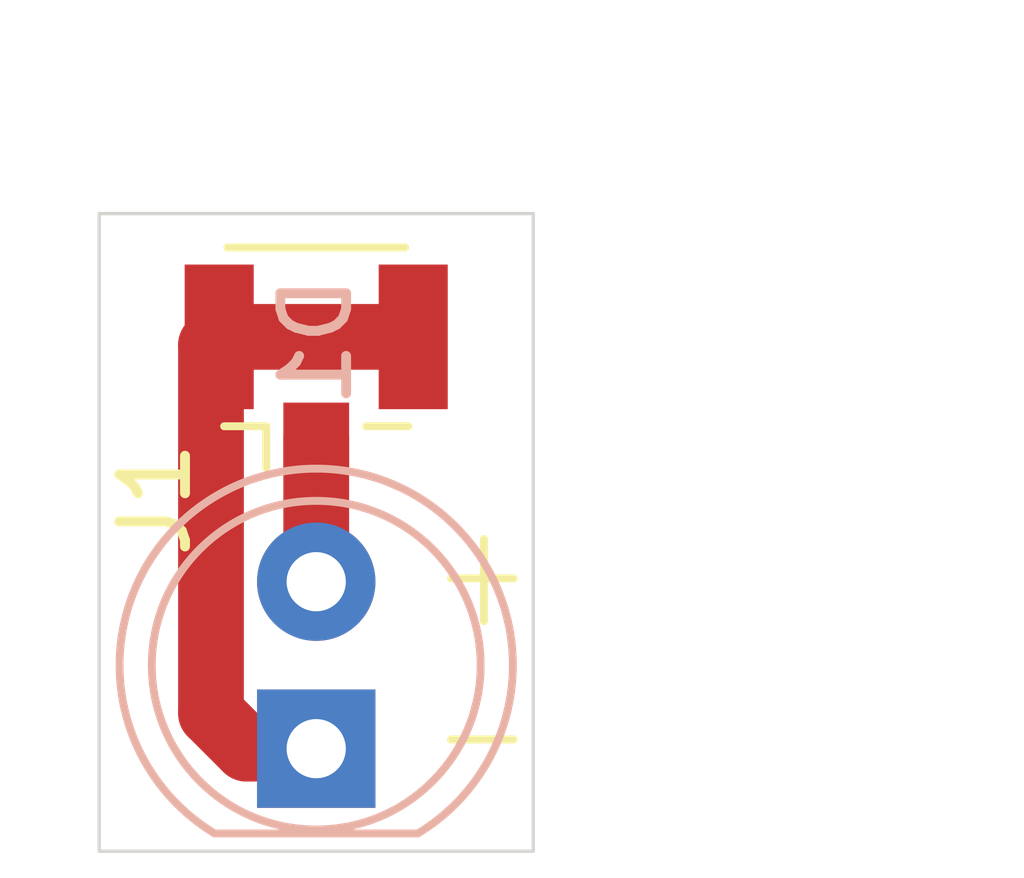
<source format=kicad_pcb>
(kicad_pcb (version 20171130) (host pcbnew 5.1.7-a382d34a8~87~ubuntu20.04.1)

  (general
    (thickness 1.6)
    (drawings 8)
    (tracks 6)
    (zones 0)
    (modules 2)
    (nets 3)
  )

  (page A4)
  (layers
    (0 F.Cu signal)
    (31 B.Cu signal)
    (32 B.Adhes user)
    (33 F.Adhes user)
    (34 B.Paste user)
    (35 F.Paste user)
    (36 B.SilkS user)
    (37 F.SilkS user)
    (38 B.Mask user)
    (39 F.Mask user)
    (40 Dwgs.User user)
    (41 Cmts.User user)
    (42 Eco1.User user)
    (43 Eco2.User user)
    (44 Edge.Cuts user)
    (45 Margin user)
    (46 B.CrtYd user)
    (47 F.CrtYd user)
    (48 B.Fab user)
    (49 F.Fab user)
  )

  (setup
    (last_trace_width 0.25)
    (user_trace_width 1)
    (trace_clearance 0.2)
    (zone_clearance 0.508)
    (zone_45_only no)
    (trace_min 0.2)
    (via_size 0.8)
    (via_drill 0.4)
    (via_min_size 0.4)
    (via_min_drill 0.3)
    (uvia_size 0.3)
    (uvia_drill 0.1)
    (uvias_allowed no)
    (uvia_min_size 0.2)
    (uvia_min_drill 0.1)
    (edge_width 0.05)
    (segment_width 0.2)
    (pcb_text_width 0.3)
    (pcb_text_size 1.5 1.5)
    (mod_edge_width 0.12)
    (mod_text_size 1 1)
    (mod_text_width 0.15)
    (pad_size 1.524 1.524)
    (pad_drill 0.762)
    (pad_to_mask_clearance 0)
    (aux_axis_origin 0 0)
    (visible_elements FFFFFF7F)
    (pcbplotparams
      (layerselection 0x010fc_ffffffff)
      (usegerberextensions false)
      (usegerberattributes true)
      (usegerberadvancedattributes true)
      (creategerberjobfile true)
      (excludeedgelayer true)
      (linewidth 0.100000)
      (plotframeref false)
      (viasonmask false)
      (mode 1)
      (useauxorigin false)
      (hpglpennumber 1)
      (hpglpenspeed 20)
      (hpglpendiameter 15.000000)
      (psnegative false)
      (psa4output false)
      (plotreference true)
      (plotvalue true)
      (plotinvisibletext false)
      (padsonsilk false)
      (subtractmaskfromsilk false)
      (outputformat 1)
      (mirror false)
      (drillshape 0)
      (scaleselection 1)
      (outputdirectory "output/"))
  )

  (net 0 "")
  (net 1 "Net-(D1-Pad2)")
  (net 2 "Net-(D1-Pad1)")

  (net_class Default "This is the default net class."
    (clearance 0.2)
    (trace_width 0.25)
    (via_dia 0.8)
    (via_drill 0.4)
    (uvia_dia 0.3)
    (uvia_drill 0.1)
    (add_net "Net-(D1-Pad1)")
    (add_net "Net-(D1-Pad2)")
  )

  (module Connector_Coaxial:U.FL_Hirose_U.FL-R-SMT-1_Vertical (layer F.Cu) (tedit 5A1DBFC3) (tstamp 6034A849)
    (at 136.4 90.65 90)
    (descr "Hirose U.FL Coaxial https://www.hirose.com/product/en/products/U.FL/U.FL-R-SMT-1%2810%29/")
    (tags "Hirose U.FL Coaxial")
    (path /60518997)
    (attr smd)
    (fp_text reference J1 (at -2 -2.45 90) (layer F.SilkS)
      (effects (font (size 1 1) (thickness 0.15)))
    )
    (fp_text value Conn_Coaxial (at 0.475 3.2 90) (layer F.Fab)
      (effects (font (size 1 1) (thickness 0.15)))
    )
    (fp_line (start -2.02 1) (end -2.02 -1) (layer F.CrtYd) (width 0.05))
    (fp_line (start -1.32 1) (end -2.02 1) (layer F.CrtYd) (width 0.05))
    (fp_line (start 2.08 1.8) (end 2.28 1.8) (layer F.CrtYd) (width 0.05))
    (fp_line (start 2.08 2.5) (end 2.08 1.8) (layer F.CrtYd) (width 0.05))
    (fp_line (start 2.28 1.8) (end 2.28 -1.8) (layer F.CrtYd) (width 0.05))
    (fp_line (start -1.32 1.8) (end -1.12 1.8) (layer F.CrtYd) (width 0.05))
    (fp_line (start -1.12 2.5) (end -1.12 1.8) (layer F.CrtYd) (width 0.05))
    (fp_line (start 2.08 2.5) (end -1.12 2.5) (layer F.CrtYd) (width 0.05))
    (fp_line (start 1.835 -1.35) (end 1.835 1.35) (layer F.SilkS) (width 0.12))
    (fp_line (start -0.885 -0.76) (end -1.515 -0.76) (layer F.SilkS) (width 0.12))
    (fp_line (start -0.885 1.4) (end -0.885 0.76) (layer F.SilkS) (width 0.12))
    (fp_line (start -0.925 -0.3) (end -1.075 -0.15) (layer F.Fab) (width 0.1))
    (fp_line (start 1.775 -1.3) (end 1.375 -1.3) (layer F.Fab) (width 0.1))
    (fp_line (start 1.375 -1.5) (end 1.375 -1.3) (layer F.Fab) (width 0.1))
    (fp_line (start -0.425 -1.5) (end 1.375 -1.5) (layer F.Fab) (width 0.1))
    (fp_line (start 1.775 -1.3) (end 1.775 1.3) (layer F.Fab) (width 0.1))
    (fp_line (start 1.775 1.3) (end 1.375 1.3) (layer F.Fab) (width 0.1))
    (fp_line (start 1.375 1.5) (end 1.375 1.3) (layer F.Fab) (width 0.1))
    (fp_line (start -0.425 1.5) (end 1.375 1.5) (layer F.Fab) (width 0.1))
    (fp_line (start -0.425 -1.3) (end -0.825 -1.3) (layer F.Fab) (width 0.1))
    (fp_line (start -0.425 -1.5) (end -0.425 -1.3) (layer F.Fab) (width 0.1))
    (fp_line (start -0.825 -0.3) (end -0.825 -1.3) (layer F.Fab) (width 0.1))
    (fp_line (start -0.925 -0.3) (end -0.825 -0.3) (layer F.Fab) (width 0.1))
    (fp_line (start -1.075 0.3) (end -1.075 -0.15) (layer F.Fab) (width 0.1))
    (fp_line (start -1.075 0.3) (end -0.825 0.3) (layer F.Fab) (width 0.1))
    (fp_line (start -0.825 0.3) (end -0.825 1.3) (layer F.Fab) (width 0.1))
    (fp_line (start -0.425 1.3) (end -0.825 1.3) (layer F.Fab) (width 0.1))
    (fp_line (start -0.425 1.5) (end -0.425 1.3) (layer F.Fab) (width 0.1))
    (fp_line (start -0.885 -1.4) (end -0.885 -0.76) (layer F.SilkS) (width 0.12))
    (fp_line (start 2.08 -1.8) (end 2.28 -1.8) (layer F.CrtYd) (width 0.05))
    (fp_line (start 2.08 -1.8) (end 2.08 -2.5) (layer F.CrtYd) (width 0.05))
    (fp_line (start -1.32 -1) (end -1.32 -1.8) (layer F.CrtYd) (width 0.05))
    (fp_line (start 2.08 -2.5) (end -1.12 -2.5) (layer F.CrtYd) (width 0.05))
    (fp_line (start -1.12 -1.8) (end -1.12 -2.5) (layer F.CrtYd) (width 0.05))
    (fp_line (start -1.32 -1.8) (end -1.12 -1.8) (layer F.CrtYd) (width 0.05))
    (fp_line (start -1.32 1.8) (end -1.32 1) (layer F.CrtYd) (width 0.05))
    (fp_line (start -1.32 -1) (end -2.02 -1) (layer F.CrtYd) (width 0.05))
    (fp_text user %R (at 0.475 0) (layer F.Fab)
      (effects (font (size 0.6 0.6) (thickness 0.09)))
    )
    (pad 2 smd rect (at 0.475 -1.475 90) (size 2.2 1.05) (layers F.Cu F.Paste F.Mask)
      (net 2 "Net-(D1-Pad1)"))
    (pad 1 smd rect (at -1.05 0 90) (size 1.05 1) (layers F.Cu F.Paste F.Mask)
      (net 1 "Net-(D1-Pad2)"))
    (pad 2 smd rect (at 0.475 1.475 90) (size 2.2 1.05) (layers F.Cu F.Paste F.Mask)
      (net 2 "Net-(D1-Pad1)"))
    (model ${KISYS3DMOD}/Connector_Coaxial.3dshapes/U.FL_Hirose_U.FL-R-SMT-1_Vertical.wrl
      (offset (xyz 0.4749999928262157 0 0))
      (scale (xyz 1 1 1))
      (rotate (xyz 0 0 0))
    )
  )

  (module LED_THT:LED_D5.0mm (layer B.Cu) (tedit 5995936A) (tstamp 6034A81C)
    (at 136.4 96.44 90)
    (descr "LED, diameter 5.0mm, 2 pins, http://cdn-reichelt.de/documents/datenblatt/A500/LL-504BC2E-009.pdf")
    (tags "LED diameter 5.0mm 2 pins")
    (path /60519B75)
    (fp_text reference D1 (at 6.19 0 90) (layer B.SilkS)
      (effects (font (size 1 1) (thickness 0.15)) (justify mirror))
    )
    (fp_text value LED (at 1.27 -3.96 90) (layer B.Fab)
      (effects (font (size 1 1) (thickness 0.15)) (justify mirror))
    )
    (fp_circle (center 1.27 0) (end 3.77 0) (layer B.Fab) (width 0.1))
    (fp_circle (center 1.27 0) (end 3.77 0) (layer B.SilkS) (width 0.12))
    (fp_line (start -1.23 1.469694) (end -1.23 -1.469694) (layer B.Fab) (width 0.1))
    (fp_line (start -1.29 1.545) (end -1.29 -1.545) (layer B.SilkS) (width 0.12))
    (fp_line (start -1.95 3.25) (end -1.95 -3.25) (layer B.CrtYd) (width 0.05))
    (fp_line (start -1.95 -3.25) (end 4.5 -3.25) (layer B.CrtYd) (width 0.05))
    (fp_line (start 4.5 -3.25) (end 4.5 3.25) (layer B.CrtYd) (width 0.05))
    (fp_line (start 4.5 3.25) (end -1.95 3.25) (layer B.CrtYd) (width 0.05))
    (fp_text user %R (at 1.25 0 90) (layer B.Fab)
      (effects (font (size 0.8 0.8) (thickness 0.2)) (justify mirror))
    )
    (fp_arc (start 1.27 0) (end -1.29 -1.54483) (angle 148.9) (layer B.SilkS) (width 0.12))
    (fp_arc (start 1.27 0) (end -1.29 1.54483) (angle -148.9) (layer B.SilkS) (width 0.12))
    (fp_arc (start 1.27 0) (end -1.23 1.469694) (angle -299.1) (layer B.Fab) (width 0.1))
    (pad 2 thru_hole circle (at 2.54 0 90) (size 1.8 1.8) (drill 0.9) (layers *.Cu *.Mask)
      (net 1 "Net-(D1-Pad2)"))
    (pad 1 thru_hole rect (at 0 0 90) (size 1.8 1.8) (drill 0.9) (layers *.Cu *.Mask)
      (net 2 "Net-(D1-Pad1)"))
    (model ${KISYS3DMOD}/LED_THT.3dshapes/LED_D5.0mm.wrl
      (at (xyz 0 0 0))
      (scale (xyz 1 1 1))
      (rotate (xyz 0 0 0))
    )
  )

  (gr_line (start 138.45 96.3) (end 139.4 96.3) (layer F.SilkS) (width 0.12))
  (gr_line (start 139.4 93.85) (end 138.45 93.85) (layer F.SilkS) (width 0.12))
  (gr_line (start 138.95 93.25) (end 138.95 94.5) (layer F.SilkS) (width 0.12))
  (gr_line (start 133.1 98) (end 139.7 98) (layer Edge.Cuts) (width 0.05) (tstamp 6034AA63))
  (gr_line (start 133.1 88.3) (end 133.1 98) (layer Edge.Cuts) (width 0.05))
  (gr_line (start 139.7 88.3) (end 133.1 88.3) (layer Edge.Cuts) (width 0.05))
  (gr_line (start 139.7 98) (end 139.7 88.3) (layer Edge.Cuts) (width 0.05))
  (dimension 11.8 (width 0.15) (layer Eco1.User)
    (gr_text "11.800 mm" (at 145.8 92.1 270) (layer Eco1.User)
      (effects (font (size 1 1) (thickness 0.15)))
    )
    (feature1 (pts (xy 140.6 98) (xy 145.086421 98)))
    (feature2 (pts (xy 140.6 86.2) (xy 145.086421 86.2)))
    (crossbar (pts (xy 144.5 86.2) (xy 144.5 98)))
    (arrow1a (pts (xy 144.5 98) (xy 143.913579 96.873496)))
    (arrow1b (pts (xy 144.5 98) (xy 145.086421 96.873496)))
    (arrow2a (pts (xy 144.5 86.2) (xy 143.913579 87.326504)))
    (arrow2b (pts (xy 144.5 86.2) (xy 145.086421 87.326504)))
  )

  (segment (start 136.4 91.7) (end 136.4 93.9) (width 1) (layer F.Cu) (net 1))
  (segment (start 136.4 96.44) (end 135.34 96.44) (width 1) (layer F.Cu) (net 2))
  (segment (start 134.799999 90.300001) (end 134.925 90.175) (width 1) (layer F.Cu) (net 2))
  (segment (start 134.799999 95.899999) (end 134.799999 90.300001) (width 1) (layer F.Cu) (net 2))
  (segment (start 135.34 96.44) (end 134.799999 95.899999) (width 1) (layer F.Cu) (net 2))
  (segment (start 134.925 90.175) (end 137.875 90.175) (width 1) (layer F.Cu) (net 2))

)

</source>
